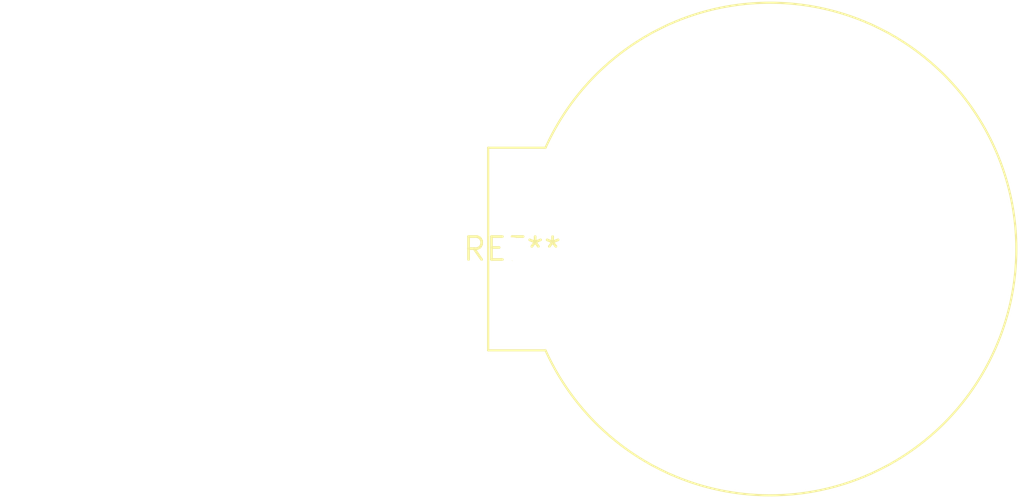
<source format=kicad_pcb>
(kicad_pcb (version 20240108) (generator pcbnew)
  (layers (0 "F.Cu" signal) (31 "B.Cu" signal) (34 "B.Paste" user) (35 "F.Paste" user) (36 "B.SilkS" user "B.Silkscreen") (37 "F.SilkS" user "F.Silkscreen") (38 "B.Mask" user) (39 "F.Mask" user) (44 "Edge.Cuts" user))
  (net 0 "")
  (footprint "BatteryHolder_ComfortableElectronic_CH273-2450_1x2450" (layer "F.Cu") (at 0 0)
    (property "Reference" "REF**")
    (property "Value" "BatteryHolder_ComfortableElectronic_CH273-2450_1x2450")
    (fp_line (start -1.33 -5.61) (end 1.845 -5.61) (layer "F.SilkS") (stroke (width 0.12)))
    (fp_line (start -1.33 5.61) (end -1.33 -5.61) (layer "F.SilkS") (stroke (width 0.12)))
    (fp_line (start 1.845 5.61) (end -1.33 5.61) (layer "F.SilkS") (stroke (width 0.12)))
    (fp_arc (start 1.845 -5.61) (mid 27.921896 0) (end 1.845 5.61) (layer "F.SilkS") (stroke (width 0.12)))
    (pad "1" thru_hole rect (at 0 0 270) (size 2.1 2.1) (drill 1.3) (layers *.Cu *.Mask) (remove_unused_layers))
    (pad "2" thru_hole circle (at 20 0 270) (size 2.1 2.1) (drill 1.3) (layers *.Cu *.Mask) (remove_unused_layers))
  )
)
</source>
